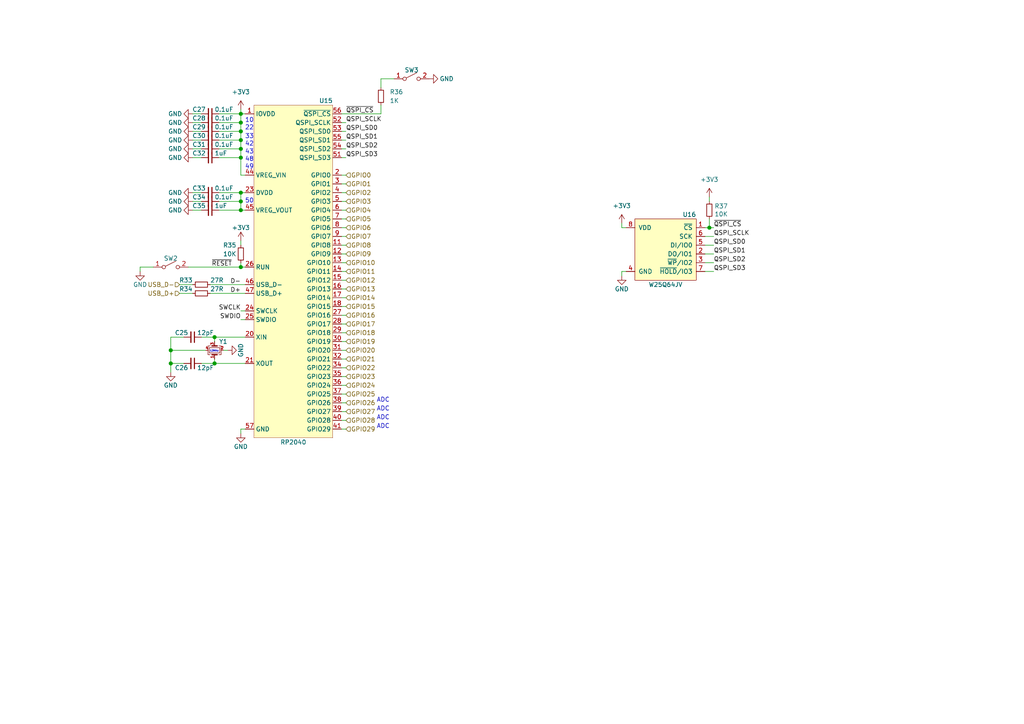
<source format=kicad_sch>
(kicad_sch (version 20211123) (generator eeschema)
  (paper "A4")
  (lib_symbols
    (symbol "Device:C_Small" (pin_numbers hide) (pin_names (offset 0.254) hide)
      (property "Reference" "C" (at 0.254 1.778 0))
      (property "Value" "C_Small" (at 0.254 -2.032 0))
      (symbol "C_Small_0_1"
        (polyline (pts (xy -1.524 -0.508) (xy 1.524 -0.508)) (stroke (width 0.3302)))
        (polyline (pts (xy -1.524 0.508) (xy 1.524 0.508)) (stroke (width 0.3048)))
      )
      (symbol "C_Small_1_1"
        (pin passive line (at 0 2.54 270) (length 2.032) (name "~") (number "1"))
        (pin passive line (at 0 -2.54 90) (length 2.032) (name "~") (number "2"))
      )
    )
    (symbol "Device:Crystal_GND24_Small" (pin_names (offset 1.016) hide)
      (property "Reference" "Y" (at 1.27 4.445 0))
      (property "Value" "Crystal_GND24_Small" (at 1.27 2.54 0))
      (symbol "Crystal_GND24_Small_0_1"
        (rectangle (start -0.762 -1.524) (end 0.762 1.524))
        (polyline (pts (xy -1.27 -0.762) (xy -1.27 0.762)) (stroke (width 0.381)))
        (polyline (pts (xy 1.27 -0.762) (xy 1.27 0.762)) (stroke (width 0.381)))
        (polyline (pts (xy -1.27 -1.27) (xy -1.27 -1.905) (xy 1.27 -1.905) (xy 1.27 -1.27)))
        (polyline (pts (xy -1.27 1.27) (xy -1.27 1.905) (xy 1.27 1.905) (xy 1.27 1.27)))
      )
      (symbol "Crystal_GND24_Small_1_1"
        (pin passive line (at -2.54 0 0) (length 1.27) (name "1") (number "1"))
        (pin passive line (at 0 -2.54 90) (length 0.635) (name "2") (number "2"))
        (pin passive line (at 2.54 0 180) (length 1.27) (name "3") (number "3"))
        (pin passive line (at 0 2.54 270) (length 0.635) (name "4") (number "4"))
      )
    )
    (symbol "Device:R_Small" (pin_numbers hide) (pin_names (offset 0.254) hide)
      (property "Reference" "R" (at 0.762 0.508 0))
      (property "Value" "R_Small" (at 0.762 -1.016 0))
      (symbol "R_Small_0_1"
        (rectangle (start -0.762 1.778) (end 0.762 -1.778) (stroke (width 0.2032)))
      )
      (symbol "R_Small_1_1"
        (pin passive line (at 0 2.54 270) (length 0.762) (name "~") (number "1"))
        (pin passive line (at 0 -2.54 90) (length 0.762) (name "~") (number "2"))
      )
    )
    (symbol "MCU_RaspberryPi:RP2040"
      (property "Reference" "U" (at 11.43 1.27 0))
      (property "Value" "RP2040" (at 0 -97.79 0))
      (symbol "RP2040_0_0"
        (pin power_in line (at -13.97 -2.54 0) (length 2.54) (name "IOVDD") (number "1"))
        (pin passive line (at -13.97 -2.54 0) (length 2.54) hide (name "IOVDD") (number "10"))
        (pin bidirectional line (at 13.97 -40.64 180) (length 2.54) (name "GPIO8") (number "11"))
        (pin bidirectional line (at 13.97 -20.32 180) (length 2.54) (name "GPIO0") (number "2"))
        (pin bidirectional line (at 13.97 -22.86 180) (length 2.54) (name "GPIO1") (number "3"))
        (pin bidirectional line (at 13.97 -25.4 180) (length 2.54) (name "GPIO2") (number "4"))
        (pin bidirectional line (at 13.97 -27.94 180) (length 2.54) (name "GPIO3") (number "5"))
        (pin bidirectional line (at 13.97 -30.48 180) (length 2.54) (name "GPIO4") (number "6"))
        (pin bidirectional line (at 13.97 -33.02 180) (length 2.54) (name "GPIO5") (number "7"))
        (pin bidirectional line (at 13.97 -35.56 180) (length 2.54) (name "GPIO6") (number "8"))
        (pin bidirectional line (at 13.97 -38.1 180) (length 2.54) (name "GPIO7") (number "9"))
      )
      (symbol "RP2040_0_1"
        (rectangle (start -11.43 0) (end 11.43 -96.52) (stroke (width 0.001)) (fill (type background)))
      )
      (symbol "RP2040_1_1"
        (pin bidirectional line (at 13.97 -43.18 180) (length 2.54) (name "GPIO9") (number "12"))
        (pin bidirectional line (at 13.97 -45.72 180) (length 2.54) (name "GPIO10") (number "13"))
        (pin bidirectional line (at 13.97 -48.26 180) (length 2.54) (name "GPIO11") (number "14"))
        (pin bidirectional line (at 13.97 -50.8 180) (length 2.54) (name "GPIO12") (number "15"))
        (pin bidirectional line (at 13.97 -53.34 180) (length 2.54) (name "GPIO13") (number "16"))
        (pin bidirectional line (at 13.97 -55.88 180) (length 2.54) (name "GPIO14") (number "17"))
        (pin bidirectional line (at 13.97 -58.42 180) (length 2.54) (name "GPIO15") (number "18"))
        (pin passive line (at -13.97 -93.98 0) (length 2.54) hide (name "TESTEN") (number "19"))
        (pin input line (at -13.97 -67.31 0) (length 2.54) (name "XIN") (number "20"))
        (pin output line (at -13.97 -74.93 0) (length 2.54) (name "XOUT") (number "21"))
        (pin passive line (at -13.97 -2.54 0) (length 2.54) hide (name "IOVDD") (number "22"))
        (pin power_in line (at -13.97 -25.4 0) (length 2.54) (name "DVDD") (number "23"))
        (pin input line (at -13.97 -59.69 0) (length 2.54) (name "SWCLK") (number "24"))
        (pin bidirectional line (at -13.97 -62.23 0) (length 2.54) (name "SWDIO") (number "25"))
        (pin input line (at -13.97 -46.99 0) (length 2.54) (name "RUN") (number "26"))
        (pin bidirectional line (at 13.97 -60.96 180) (length 2.54) (name "GPIO16") (number "27"))
        (pin bidirectional line (at 13.97 -63.5 180) (length 2.54) (name "GPIO17") (number "28"))
        (pin bidirectional line (at 13.97 -66.04 180) (length 2.54) (name "GPIO18") (number "29"))
        (pin bidirectional line (at 13.97 -68.58 180) (length 2.54) (name "GPIO19") (number "30"))
        (pin bidirectional line (at 13.97 -71.12 180) (length 2.54) (name "GPIO20") (number "31"))
        (pin bidirectional line (at 13.97 -73.66 180) (length 2.54) (name "GPIO21") (number "32"))
        (pin passive line (at -13.97 -2.54 0) (length 2.54) hide (name "IOVDD") (number "33"))
        (pin bidirectional line (at 13.97 -76.2 180) (length 2.54) (name "GPIO22") (number "34"))
        (pin bidirectional line (at 13.97 -78.74 180) (length 2.54) (name "GPIO23") (number "35"))
        (pin bidirectional line (at 13.97 -81.28 180) (length 2.54) (name "GPIO24") (number "36"))
        (pin bidirectional line (at 13.97 -83.82 180) (length 2.54) (name "GPIO25") (number "37"))
        (pin bidirectional line (at 13.97 -86.36 180) (length 2.54) (name "GPIO26") (number "38"))
        (pin bidirectional line (at 13.97 -88.9 180) (length 2.54) (name "GPIO27") (number "39"))
        (pin bidirectional line (at 13.97 -91.44 180) (length 2.54) (name "GPIO28") (number "40"))
        (pin bidirectional line (at 13.97 -93.98 180) (length 2.54) (name "GPIO29") (number "41"))
        (pin passive line (at -13.97 -2.54 0) (length 2.54) hide (name "IOVDD") (number "42"))
        (pin passive line (at -13.97 -2.54 0) (length 2.54) hide (name "ADC_AVDD") (number "43"))
        (pin power_in line (at -13.97 -20.32 0) (length 2.54) (name "VREG_VIN") (number "44"))
        (pin power_out line (at -13.97 -30.48 0) (length 2.54) (name "VREG_VOUT") (number "45"))
        (pin bidirectional line (at -13.97 -52.07 0) (length 2.54) (name "USB_D-") (number "46"))
        (pin bidirectional line (at -13.97 -54.61 0) (length 2.54) (name "USB_D+") (number "47"))
        (pin passive line (at -13.97 -2.54 0) (length 2.54) hide (name "USB_VDD") (number "48"))
        (pin passive line (at -13.97 -2.54 0) (length 2.54) hide (name "IOVDD") (number "49"))
        (pin passive line (at -13.97 -25.4 0) (length 2.54) hide (name "DVDD") (number "50"))
        (pin bidirectional line (at 13.97 -15.24 180) (length 2.54) (name "QSPI_SD3") (number "51"))
        (pin output line (at 13.97 -5.08 180) (length 2.54) (name "QSPI_SCLK") (number "52"))
        (pin bidirectional line (at 13.97 -7.62 180) (length 2.54) (name "QSPI_SD0") (number "53"))
        (pin bidirectional line (at 13.97 -12.7 180) (length 2.54) (name "QSPI_SD2") (number "54"))
        (pin bidirectional line (at 13.97 -10.16 180) (length 2.54) (name "QSPI_SD1") (number "55"))
        (pin input line (at 13.97 -2.54 180) (length 2.54) (name "~{QSPI_CS}") (number "56"))
        (pin power_in line (at -13.97 -93.98 0) (length 2.54) (name "GND") (number "57"))
      )
    )
    (symbol "Memory_Flash_Extra:W25Q64JV" (pin_names (offset 1.016))
      (property "Reference" "U" (at 8.89 10.16 0))
      (property "Value" "W25Q64JV" (at 0 -10.16 0))
      (symbol "W25Q64JV_0_1"
        (rectangle (start -8.89 8.89) (end 8.89 -8.89) (fill (type background)))
      )
      (symbol "W25Q64JV_1_1"
        (pin input line (at 11.43 6.35 180) (length 2.54) (name "~{CS}") (number "1"))
        (pin bidirectional line (at 11.43 -1.27 180) (length 2.54) (name "DO/IO1") (number "2"))
        (pin bidirectional line (at 11.43 -3.81 180) (length 2.54) (name "~{WP}/IO2") (number "3"))
        (pin power_in line (at -11.43 -6.35 0) (length 2.54) (name "GND") (number "4"))
        (pin bidirectional line (at 11.43 1.27 180) (length 2.54) (name "DI/IO0") (number "5"))
        (pin input line (at 11.43 3.81 180) (length 2.54) (name "SCK") (number "6"))
        (pin bidirectional line (at 11.43 -6.35 180) (length 2.54) (name "~{HOLD}/IO3") (number "7"))
        (pin power_in line (at -11.43 6.35 0) (length 2.54) (name "VDD") (number "8"))
        (pin passive line (at -11.43 -6.35 0) (length 2.54) hide (name "GND") (number "9"))
      )
    )
    (symbol "Switch:SW_SPST" (pin_names (offset 0) hide)
      (property "Reference" "SW" (at 0 3.175 0))
      (property "Value" "SW_SPST" (at 0 -2.54 0))
      (symbol "SW_SPST_0_0"
        (circle (center -2.032 0) (radius 0.508))
        (polyline (pts (xy -1.524 0.254) (xy 1.524 1.778)))
        (circle (center 2.032 0) (radius 0.508))
      )
      (symbol "SW_SPST_1_1"
        (pin passive line (at -5.08 0 0) (length 2.54) (name "A") (number "1"))
        (pin passive line (at 5.08 0 180) (length 2.54) (name "B") (number "2"))
      )
    )
    (symbol "power:+3V3" (power) (pin_names (offset 0))
      (property "Value" "+3V3" (at 0 3.556 0))
      (symbol "+3V3_0_1"
        (polyline (pts (xy -0.762 1.27) (xy 0 2.54)))
        (polyline (pts (xy 0 0) (xy 0 2.54)))
        (polyline (pts (xy 0 2.54) (xy 0.762 1.27)))
      )
      (symbol "+3V3_1_1"
        (pin power_in line (at 0 0 90) (length 0) hide (name "+3V3") (number "1"))
      )
    )
    (symbol "power:GND" (power) (pin_names (offset 0))
      (property "Value" "GND" (at 0 -3.81 0))
      (symbol "GND_0_1"
        (polyline (pts (xy 0 0) (xy 0 -1.27) (xy 1.27 -1.27) (xy 0 -2.54) (xy -1.27 -1.27) (xy 0 -1.27)))
      )
      (symbol "GND_1_1"
        (pin power_in line (at 0 0 270) (length 0) hide (name "GND") (number "1"))
      )
    )
  )
  (junction (at 205.74 66.04) (diameter 1.016))
  (junction (at 69.85 43.18) (diameter 1.016))
  (junction (at 69.85 40.64) (diameter 1.016))
  (junction (at 49.53 101.6) (diameter 1.016))
  (junction (at 69.85 38.1) (diameter 1.016))
  (junction (at 62.23 105.41) (diameter 1.016))
  (junction (at 69.85 33.02) (diameter 1.016))
  (junction (at 69.85 58.42) (diameter 1.016))
  (junction (at 49.53 105.41) (diameter 1.016))
  (junction (at 69.85 77.47) (diameter 1.016))
  (junction (at 69.85 45.72) (diameter 1.016))
  (junction (at 69.85 35.56) (diameter 1.016))
  (junction (at 69.85 60.96) (diameter 1.016))
  (junction (at 62.23 97.79) (diameter 1.016))
  (junction (at 69.85 55.88) (diameter 1.016))
  (wire (pts (xy 99.06 71.12) (xy 100.33 71.12)))
  (wire (pts (xy 99.06 76.2) (xy 100.33 76.2)))
  (wire (pts (xy 181.61 66.04) (xy 180.34 66.04)))
  (wire (pts (xy 59.69 101.6) (xy 49.53 101.6)))
  (wire (pts (xy 99.06 121.92) (xy 100.33 121.92)))
  (wire (pts (xy 62.23 97.79) (xy 62.23 99.06)))
  (wire (pts (xy 69.85 124.46) (xy 69.85 125.73)))
  (wire (pts (xy 49.53 105.41) (xy 53.34 105.41)))
  (wire (pts (xy 99.06 111.76) (xy 100.33 111.76)))
  (wire (pts (xy 69.85 35.56) (xy 69.85 38.1)))
  (wire (pts (xy 63.5 58.42) (xy 69.85 58.42)))
  (wire (pts (xy 69.85 43.18) (xy 69.85 45.72)))
  (wire (pts (xy 62.23 104.14) (xy 62.23 105.41)))
  (wire (pts (xy 99.06 116.84) (xy 100.33 116.84)))
  (wire (pts (xy 110.49 22.86) (xy 110.49 25.4)))
  (wire (pts (xy 110.49 22.86) (xy 114.3 22.86)))
  (wire (pts (xy 204.47 71.12) (xy 207.01 71.12)))
  (wire (pts (xy 60.96 85.09) (xy 71.12 85.09)))
  (wire (pts (xy 55.88 58.42) (xy 58.42 58.42)))
  (wire (pts (xy 63.5 60.96) (xy 69.85 60.96)))
  (wire (pts (xy 99.06 96.52) (xy 100.33 96.52)))
  (wire (pts (xy 69.85 77.47) (xy 71.12 77.47)))
  (wire (pts (xy 204.47 68.58) (xy 207.01 68.58)))
  (wire (pts (xy 99.06 68.58) (xy 100.33 68.58)))
  (wire (pts (xy 60.96 82.55) (xy 71.12 82.55)))
  (wire (pts (xy 100.33 45.72) (xy 99.06 45.72)))
  (wire (pts (xy 62.23 105.41) (xy 71.12 105.41)))
  (wire (pts (xy 71.12 124.46) (xy 69.85 124.46)))
  (wire (pts (xy 63.5 40.64) (xy 69.85 40.64)))
  (wire (pts (xy 99.06 119.38) (xy 100.33 119.38)))
  (wire (pts (xy 54.61 77.47) (xy 69.85 77.47)))
  (wire (pts (xy 69.85 31.75) (xy 69.85 33.02)))
  (wire (pts (xy 204.47 78.74) (xy 207.01 78.74)))
  (wire (pts (xy 62.23 97.79) (xy 71.12 97.79)))
  (wire (pts (xy 69.85 90.17) (xy 71.12 90.17)))
  (wire (pts (xy 99.06 81.28) (xy 100.33 81.28)))
  (wire (pts (xy 69.85 69.85) (xy 69.85 71.12)))
  (wire (pts (xy 64.77 101.6) (xy 66.04 101.6)))
  (wire (pts (xy 69.85 45.72) (xy 69.85 50.8)))
  (wire (pts (xy 204.47 76.2) (xy 207.01 76.2)))
  (wire (pts (xy 40.64 77.47) (xy 44.45 77.47)))
  (wire (pts (xy 40.64 78.74) (xy 40.64 77.47)))
  (wire (pts (xy 99.06 58.42) (xy 100.33 58.42)))
  (wire (pts (xy 52.07 82.55) (xy 55.88 82.55)))
  (wire (pts (xy 55.88 43.18) (xy 58.42 43.18)))
  (wire (pts (xy 49.53 101.6) (xy 49.53 105.41)))
  (wire (pts (xy 49.53 97.79) (xy 53.34 97.79)))
  (wire (pts (xy 52.07 85.09) (xy 55.88 85.09)))
  (wire (pts (xy 180.34 66.04) (xy 180.34 64.77)))
  (wire (pts (xy 204.47 73.66) (xy 207.01 73.66)))
  (wire (pts (xy 99.06 73.66) (xy 100.33 73.66)))
  (wire (pts (xy 55.88 33.02) (xy 58.42 33.02)))
  (wire (pts (xy 99.06 109.22) (xy 100.33 109.22)))
  (wire (pts (xy 99.06 50.8) (xy 100.33 50.8)))
  (wire (pts (xy 180.34 78.74) (xy 180.34 80.01)))
  (wire (pts (xy 69.85 38.1) (xy 69.85 40.64)))
  (wire (pts (xy 55.88 55.88) (xy 58.42 55.88)))
  (wire (pts (xy 204.47 66.04) (xy 205.74 66.04)))
  (wire (pts (xy 99.06 91.44) (xy 100.33 91.44)))
  (wire (pts (xy 55.88 35.56) (xy 58.42 35.56)))
  (wire (pts (xy 99.06 60.96) (xy 100.33 60.96)))
  (wire (pts (xy 99.06 78.74) (xy 100.33 78.74)))
  (wire (pts (xy 99.06 86.36) (xy 100.33 86.36)))
  (wire (pts (xy 63.5 55.88) (xy 69.85 55.88)))
  (wire (pts (xy 110.49 33.02) (xy 110.49 30.48)))
  (wire (pts (xy 99.06 55.88) (xy 100.33 55.88)))
  (wire (pts (xy 99.06 63.5) (xy 100.33 63.5)))
  (wire (pts (xy 100.33 40.64) (xy 99.06 40.64)))
  (wire (pts (xy 99.06 101.6) (xy 100.33 101.6)))
  (wire (pts (xy 49.53 97.79) (xy 49.53 101.6)))
  (wire (pts (xy 69.85 77.47) (xy 69.85 76.2)))
  (wire (pts (xy 55.88 45.72) (xy 58.42 45.72)))
  (wire (pts (xy 99.06 93.98) (xy 100.33 93.98)))
  (wire (pts (xy 69.85 55.88) (xy 71.12 55.88)))
  (wire (pts (xy 205.74 57.15) (xy 205.74 58.42)))
  (wire (pts (xy 63.5 43.18) (xy 69.85 43.18)))
  (wire (pts (xy 99.06 106.68) (xy 100.33 106.68)))
  (wire (pts (xy 69.85 92.71) (xy 71.12 92.71)))
  (wire (pts (xy 63.5 45.72) (xy 69.85 45.72)))
  (wire (pts (xy 99.06 104.14) (xy 100.33 104.14)))
  (wire (pts (xy 99.06 53.34) (xy 100.33 53.34)))
  (wire (pts (xy 71.12 50.8) (xy 69.85 50.8)))
  (wire (pts (xy 100.33 43.18) (xy 99.06 43.18)))
  (wire (pts (xy 99.06 114.3) (xy 100.33 114.3)))
  (wire (pts (xy 69.85 40.64) (xy 69.85 43.18)))
  (wire (pts (xy 99.06 33.02) (xy 110.49 33.02)))
  (wire (pts (xy 55.88 60.96) (xy 58.42 60.96)))
  (wire (pts (xy 55.88 40.64) (xy 58.42 40.64)))
  (wire (pts (xy 69.85 58.42) (xy 69.85 55.88)))
  (wire (pts (xy 205.74 66.04) (xy 205.74 63.5)))
  (wire (pts (xy 100.33 35.56) (xy 99.06 35.56)))
  (wire (pts (xy 100.33 38.1) (xy 99.06 38.1)))
  (wire (pts (xy 99.06 99.06) (xy 100.33 99.06)))
  (wire (pts (xy 100.33 88.9) (xy 99.06 88.9)))
  (wire (pts (xy 99.06 83.82) (xy 100.33 83.82)))
  (wire (pts (xy 58.42 97.79) (xy 62.23 97.79)))
  (wire (pts (xy 63.5 33.02) (xy 69.85 33.02)))
  (wire (pts (xy 69.85 60.96) (xy 71.12 60.96)))
  (wire (pts (xy 55.88 38.1) (xy 58.42 38.1)))
  (wire (pts (xy 99.06 124.46) (xy 100.33 124.46)))
  (wire (pts (xy 207.01 66.04) (xy 205.74 66.04)))
  (wire (pts (xy 58.42 105.41) (xy 62.23 105.41)))
  (wire (pts (xy 69.85 33.02) (xy 71.12 33.02)))
  (wire (pts (xy 49.53 105.41) (xy 49.53 107.95)))
  (wire (pts (xy 99.06 66.04) (xy 100.33 66.04)))
  (wire (pts (xy 181.61 78.74) (xy 180.34 78.74)))
  (wire (pts (xy 63.5 38.1) (xy 69.85 38.1)))
  (wire (pts (xy 63.5 35.56) (xy 69.85 35.56)))
  (wire (pts (xy 69.85 33.02) (xy 69.85 35.56)))
  (wire (pts (xy 69.85 60.96) (xy 69.85 58.42)))
  (text "12MHz" (at 63.5 102.235 180) (effects (font (size 0.508 0.508)) (justify right bottom)))
  (text "ADC" (at 109.22 119.38 0) (effects (font (size 1.27 1.27)) (justify left bottom)))
  (text "48" (at 73.66 46.99 180) (effects (font (size 1.27 1.27)) (justify right bottom)))
  (text "42" (at 73.66 42.545 180) (effects (font (size 1.27 1.27)) (justify right bottom)))
  (text "50" (at 73.66 59.055 180) (effects (font (size 1.27 1.27)) (justify right bottom)))
  (text "33" (at 73.66 40.386 180) (effects (font (size 1.27 1.27)) (justify right bottom)))
  (text "ADC" (at 109.22 121.92 0) (effects (font (size 1.27 1.27)) (justify left bottom)))
  (text "43" (at 73.66 44.831 180) (effects (font (size 1.27 1.27)) (justify right bottom)))
  (text "ADC" (at 109.22 124.46 0) (effects (font (size 1.27 1.27)) (justify left bottom)))
  (text "ADC" (at 109.22 116.84 0) (effects (font (size 1.27 1.27)) (justify left bottom)))
  (text "10" (at 73.66 35.687 180) (effects (font (size 1.27 1.27)) (justify right bottom)))
  (text "22" (at 73.66 37.846 180) (effects (font (size 1.27 1.27)) (justify right bottom)))
  (text "49" (at 73.66 49.149 180) (effects (font (size 1.27 1.27)) (justify right bottom)))
  (label "QSPI_SD0" (at 100.33 38.1 0))
  (label "~{QSPI_CS}" (at 100.33 33.02 0))
  (label "~{RESET}" (at 67.31 77.47 180))
  (label "QSPI_SCLK" (at 100.33 35.56 0))
  (label "QSPI_SD1" (at 207.01 73.66 0))
  (label "QSPI_SD2" (at 100.33 43.18 0))
  (label "QSPI_SD2" (at 207.01 76.2 0))
  (label "QSPI_SD3" (at 207.01 78.74 0))
  (label "QSPI_SD3" (at 100.33 45.72 0))
  (label "D+" (at 69.85 85.09 180))
  (label "SWDIO" (at 69.85 92.71 180))
  (label "QSPI_SD1" (at 100.33 40.64 0))
  (label "QSPI_SCLK" (at 207.01 68.58 0))
  (label "D-" (at 69.85 82.55 180))
  (label "QSPI_SD0" (at 207.01 71.12 0))
  (label "SWCLK" (at 69.85 90.17 180))
  (label "~{QSPI_CS}" (at 207.01 66.04 0))
  (hierarchical_label "GPIO12" (shape input) (at 100.33 81.28 0))
  (hierarchical_label "GPIO23" (shape input) (at 100.33 109.22 0))
  (hierarchical_label "GPIO25" (shape input) (at 100.33 114.3 0))
  (hierarchical_label "GPIO24" (shape input) (at 100.33 111.76 0))
  (hierarchical_label "GPIO19" (shape input) (at 100.33 99.06 0))
  (hierarchical_label "GPIO14" (shape input) (at 100.33 86.36 0))
  (hierarchical_label "GPIO2" (shape input) (at 100.33 55.88 0))
  (hierarchical_label "GPIO26" (shape input) (at 100.33 116.84 0))
  (hierarchical_label "GPIO28" (shape input) (at 100.33 121.92 0))
  (hierarchical_label "GPIO29" (shape input) (at 100.33 124.46 0))
  (hierarchical_label "GPIO5" (shape input) (at 100.33 63.5 0))
  (hierarchical_label "GPIO7" (shape input) (at 100.33 68.58 0))
  (hierarchical_label "GPIO0" (shape input) (at 100.33 50.8 0))
  (hierarchical_label "GPIO13" (shape input) (at 100.33 83.82 0))
  (hierarchical_label "GPIO22" (shape input) (at 100.33 106.68 0))
  (hierarchical_label "GPIO27" (shape input) (at 100.33 119.38 0))
  (hierarchical_label "GPIO16" (shape input) (at 100.33 91.44 0))
  (hierarchical_label "GPIO15" (shape input) (at 100.33 88.9 0))
  (hierarchical_label "GPIO8" (shape input) (at 100.33 71.12 0))
  (hierarchical_label "GPIO20" (shape input) (at 100.33 101.6 0))
  (hierarchical_label "GPIO9" (shape input) (at 100.33 73.66 0))
  (hierarchical_label "USB_D-" (shape input) (at 52.07 82.55 180))
  (hierarchical_label "GPIO17" (shape input) (at 100.33 93.98 0))
  (hierarchical_label "GPIO4" (shape input) (at 100.33 60.96 0))
  (hierarchical_label "GPIO21" (shape input) (at 100.33 104.14 0))
  (hierarchical_label "GPIO11" (shape input) (at 100.33 78.74 0))
  (hierarchical_label "GPIO3" (shape input) (at 100.33 58.42 0))
  (hierarchical_label "GPIO6" (shape input) (at 100.33 66.04 0))
  (hierarchical_label "USB_D+" (shape input) (at 52.07 85.09 180))
  (hierarchical_label "GPIO10" (shape input) (at 100.33 76.2 0))
  (hierarchical_label "GPIO1" (shape input) (at 100.33 53.34 0))
  (hierarchical_label "GPIO18" (shape input) (at 100.33 96.52 0))
  (symbol (lib_id "power:+3V3") (at 69.85 31.75 0) (unit 1)
    (property "Reference" "#PWR0103" (effects hide))
    (property "Value" "+3V3" (at 69.85 26.67 0))
  )
  (symbol (lib_id "power:GND") (at 55.88 43.18 270) (unit 1)
    (property "Reference" "#PWR097" (effects hide))
    (property "Value" "GND" (at 50.8 43.18 90))
  )
  (symbol (lib_id "power:GND") (at 55.88 40.64 270) (unit 1)
    (property "Reference" "#PWR096" (effects hide))
    (property "Value" "GND" (at 50.8 40.64 90))
  )
  (symbol (lib_id "power:+3V3") (at 180.34 64.77 0) (unit 1)
    (property "Reference" "#PWR0107" (effects hide))
    (property "Value" "+3V3" (at 180.34 59.69 0))
  )
  (symbol (lib_id "power:GND") (at 49.53 107.95 0) (unit 1)
    (property "Reference" "#PWR092" (effects hide))
    (property "Value" "GND" (at 49.53 111.76 0))
  )
  (symbol (lib_id "Device:C_Small") (at 60.96 40.64 270) (unit 1)
    (property "Reference" "C30" (at 59.69 39.37 90) (effects (justify right)))
    (property "Value" "0.1uF" (at 62.23 39.37 90) (effects (justify left)))
    (property "Footprint" "Capacitor_SMD:C_0603_1608Metric" (effects hide))
  )
  (symbol (lib_id "power:GND") (at 180.34 80.01 0) (mirror y) (unit 1)
    (property "Reference" "#PWR0108" (effects hide))
    (property "Value" "GND" (at 180.34 83.82 0))
  )
  (symbol (lib_id "Device:C_Small") (at 55.88 105.41 270) (mirror x) (unit 1)
    (property "Reference" "C26" (at 54.61 106.68 90) (effects (justify right)))
    (property "Value" "12pF" (at 57.15 106.68 90) (effects (justify left)))
    (property "Footprint" "Capacitor_SMD:C_0603_1608Metric" (effects hide))
  )
  (symbol (lib_id "power:GND") (at 124.46 22.86 90) (mirror x) (unit 1)
    (property "Reference" "#PWR0106" (effects hide))
    (property "Value" "GND" (at 129.54 22.86 90))
  )
  (symbol (lib_id "Device:R_Small") (at 58.42 85.09 270) (unit 1)
    (property "Reference" "R34" (at 55.88 83.82 90) (effects (justify right)))
    (property "Value" "27R" (at 60.96 83.82 90) (effects (justify left)))
    (property "Footprint" "Resistor_SMD:R_0603_1608Metric" (effects hide))
  )
  (symbol (lib_id "Device:C_Small") (at 60.96 35.56 270) (unit 1)
    (property "Reference" "C28" (at 59.69 34.29 90) (effects (justify right)))
    (property "Value" "0.1uF" (at 62.23 34.29 90) (effects (justify left)))
    (property "Footprint" "Capacitor_SMD:C_0603_1608Metric" (effects hide))
  )
  (symbol (lib_id "power:+3V3") (at 69.85 69.85 0) (mirror y) (unit 1)
    (property "Reference" "#PWR0104" (effects hide))
    (property "Value" "+3V3" (at 69.85 66.04 0))
  )
  (symbol (lib_id "Device:C_Small") (at 60.96 43.18 270) (unit 1)
    (property "Reference" "C31" (at 59.69 41.91 90) (effects (justify right)))
    (property "Value" "0.1uF" (at 62.23 41.91 90) (effects (justify left)))
    (property "Footprint" "Capacitor_SMD:C_0603_1608Metric" (effects hide))
  )
  (symbol (lib_id "power:GND") (at 55.88 45.72 270) (unit 1)
    (property "Reference" "#PWR098" (effects hide))
    (property "Value" "GND" (at 50.8 45.72 90))
  )
  (symbol (lib_id "power:GND") (at 55.88 38.1 270) (unit 1)
    (property "Reference" "#PWR095" (effects hide))
    (property "Value" "GND" (at 50.8 38.1 90))
  )
  (symbol (lib_id "power:GND") (at 55.88 60.96 270) (unit 1)
    (property "Reference" "#PWR0101" (effects hide))
    (property "Value" "GND" (at 50.8 60.96 90))
  )
  (symbol (lib_id "MCU_RaspberryPi:RP2040") (at 85.09 30.48 0) (unit 1)
    (property "Reference" "U15" (at 96.52 29.21 0) (effects (justify right)))
    (property "Value" "RP2040" (at 85.09 128.27 0))
    (property "Footprint" "RP2040:QFN40P700X700X90-57N" (effects hide))
    (property "Datasheet" "https://datasheets.raspberrypi.org/rp2040/rp2040_datasheet.pdf" (effects hide))
  )
  (symbol (lib_id "power:GND") (at 66.04 101.6 90) (unit 1)
    (property "Reference" "#PWR0102" (effects hide))
    (property "Value" "GND" (at 69.85 101.6 0))
  )
  (symbol (lib_id "Switch:SW_SPST") (at 119.38 22.86 0) (unit 1)
    (property "Reference" "SW3" (at 119.38 20.32 0))
    (property "Value" "SW_BOOTSEL" (effects hide))
    (property "Footprint" "Button_Switch_SMD:SW_SPST_B3U-1000P" (effects hide))
  )
  (symbol (lib_id "power:GND") (at 55.88 58.42 270) (unit 1)
    (property "Reference" "#PWR0100" (effects hide))
    (property "Value" "GND" (at 50.8 58.42 90))
  )
  (symbol (lib_id "power:GND") (at 69.85 125.73 0) (unit 1)
    (property "Reference" "#PWR0105" (effects hide))
    (property "Value" "GND" (at 69.85 129.54 0))
  )
  (symbol (lib_id "Device:C_Small") (at 60.96 33.02 270) (unit 1)
    (property "Reference" "C27" (at 59.69 31.75 90) (effects (justify right)))
    (property "Value" "0.1uF" (at 62.23 31.75 90) (effects (justify left)))
    (property "Footprint" "Capacitor_SMD:C_0603_1608Metric" (effects hide))
  )
  (symbol (lib_id "power:GND") (at 55.88 35.56 270) (unit 1)
    (property "Reference" "#PWR094" (effects hide))
    (property "Value" "GND" (at 50.8 35.56 90))
  )
  (symbol (lib_id "Device:R_Small") (at 69.85 73.66 0) (mirror y) (unit 1)
    (property "Reference" "R35" (at 68.58 71.12 0) (effects (justify left)))
    (property "Value" "10K" (at 68.58 73.66 0) (effects (justify left)))
    (property "Footprint" "Resistor_SMD:R_0603_1608Metric" (effects hide))
  )
  (symbol (lib_id "Device:Crystal_GND24_Small") (at 62.23 101.6 90) (unit 1)
    (property "Reference" "Y1" (at 63.5 99.06 90) (effects (justify right)))
    (property "Value" "XYDBPCNANF-12MHZ" (effects hide))
    (property "Footprint" "Crystal:Crystal_SMD_2520-4Pin_2.5x2.0mm" (effects hide))
    (property "LCSC" "C521567" (effects hide))
  )
  (symbol (lib_id "Device:C_Small") (at 55.88 97.79 270) (unit 1)
    (property "Reference" "C25" (at 54.61 96.52 90) (effects (justify right)))
    (property "Value" "12pF" (at 57.15 96.52 90) (effects (justify left)))
    (property "Footprint" "Capacitor_SMD:C_0603_1608Metric" (effects hide))
  )
  (symbol (lib_id "power:GND") (at 55.88 33.02 270) (unit 1)
    (property "Reference" "#PWR093" (effects hide))
    (property "Value" "GND" (at 50.8 33.02 90))
  )
  (symbol (lib_id "power:GND") (at 55.88 55.88 270) (unit 1)
    (property "Reference" "#PWR099" (effects hide))
    (property "Value" "GND" (at 50.8 55.88 90))
  )
  (symbol (lib_id "Device:C_Small") (at 60.96 60.96 270) (unit 1)
    (property "Reference" "C35" (at 59.69 59.69 90) (effects (justify right)))
    (property "Value" "1uF" (at 62.23 59.69 90) (effects (justify left)))
    (property "Footprint" "Capacitor_SMD:C_0603_1608Metric" (effects hide))
  )
  (symbol (lib_id "Device:C_Small") (at 60.96 58.42 270) (unit 1)
    (property "Reference" "C34" (at 59.69 57.15 90) (effects (justify right)))
    (property "Value" "0.1uF" (at 62.23 57.15 90) (effects (justify left)))
    (property "Footprint" "Capacitor_SMD:C_0603_1608Metric" (effects hide))
  )
  (symbol (lib_id "Device:C_Small") (at 60.96 45.72 270) (unit 1)
    (property "Reference" "C32" (at 59.69 44.45 90) (effects (justify right)))
    (property "Value" "1uF" (at 62.23 44.45 90) (effects (justify left)))
    (property "Footprint" "Capacitor_SMD:C_0603_1608Metric" (effects hide))
  )
  (symbol (lib_id "Device:R_Small") (at 110.49 27.94 0) (unit 1)
    (property "Reference" "R36" (at 113.03 26.67 0) (effects (justify left)))
    (property "Value" "1K" (at 113.03 29.21 0) (effects (justify left)))
    (property "Footprint" "Resistor_SMD:R_0603_1608Metric" (effects hide))
  )
  (symbol (lib_id "Device:C_Small") (at 60.96 38.1 270) (unit 1)
    (property "Reference" "C29" (at 59.69 36.83 90) (effects (justify right)))
    (property "Value" "0.1uF" (at 62.23 36.83 90) (effects (justify left)))
    (property "Footprint" "Capacitor_SMD:C_0603_1608Metric" (effects hide))
  )
  (symbol (lib_id "power:GND") (at 40.64 78.74 0) (mirror y) (unit 1)
    (property "Reference" "#PWR091" (effects hide))
    (property "Value" "GND" (at 40.64 82.55 0))
  )
  (symbol (lib_id "Memory_Flash_Extra:W25Q64JV") (at 193.04 72.39 0) (unit 1)
    (property "Reference" "U16" (at 201.93 62.23 0) (effects (justify right)))
    (property "Value" "W25Q64JV" (at 193.04 82.55 0))
    (property "Footprint" "Package_SON:WSON-8-1EP_6x5mm_P1.27mm_EP3.4x4mm" (effects hide))
  )
  (symbol (lib_id "Switch:SW_SPST") (at 49.53 77.47 0) (unit 1)
    (property "Reference" "SW2" (at 49.53 74.93 0))
    (property "Value" "SW_RESET" (effects hide))
    (property "Footprint" "Button_Switch_SMD:SW_SPST_B3U-1000P" (effects hide))
  )
  (symbol (lib_id "Device:C_Small") (at 60.96 55.88 270) (unit 1)
    (property "Reference" "C33" (at 59.69 54.61 90) (effects (justify right)))
    (property "Value" "0.1uF" (at 62.23 54.61 90) (effects (justify left)))
    (property "Footprint" "Capacitor_SMD:C_0603_1608Metric" (effects hide))
  )
  (symbol (lib_id "Device:R_Small") (at 205.74 60.96 180) (unit 1)
    (property "Reference" "R37" (at 207.2132 59.7916 0) (effects (justify right)))
    (property "Value" "10K" (at 207.2132 62.103 0) (effects (justify right)))
    (property "Footprint" "Resistor_SMD:R_0603_1608Metric" (effects hide))
  )
  (symbol (lib_id "power:+3V3") (at 205.74 57.15 0) (unit 1)
    (property "Reference" "#PWR0109" (effects hide))
    (property "Value" "+3V3" (at 205.74 52.07 0))
  )
  (symbol (lib_id "Device:R_Small") (at 58.42 82.55 270) (unit 1)
    (property "Reference" "R33" (at 55.88 81.28 90) (effects (justify right)))
    (property "Value" "27R" (at 60.96 81.28 90) (effects (justify left)))
    (property "Footprint" "Resistor_SMD:R_0603_1608Metric" (effects hide))
  )
)
</source>
